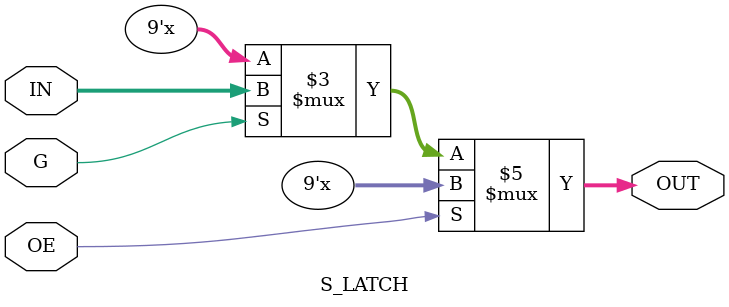
<source format=sv>

module S_LATCH (
	input [8:0]IN,		// Data input
	input G,				// Set input (active high)
	input OE,			// Output enable input (active low)
	output [8:0]OUT	// Data Output
);

    always @(IN, G, OE)
    begin
        if (!OE)
        begin
            if (G)
                OUT <= IN; // Set the output to the input value when G is asserted
            // Note: If G is not asserted (G=0), the output retains its previous value.
        end
    end

	
endmodule
</source>
